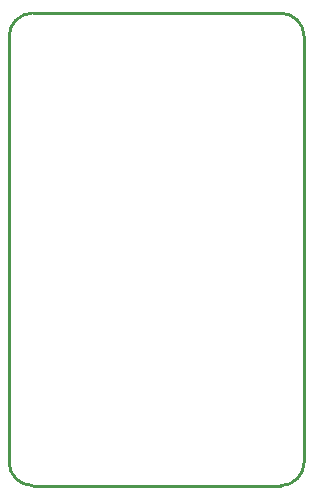
<source format=gko>
G04 Layer: BoardOutline*
G04 EasyEDA v6.4.20.6, 2021-08-18T09:30:06+08:00*
G04 2d57448aed11401ea87c12970cfe30e9,34bb6763e28e4bbdb854ef51fa08daf4,10*
G04 Gerber Generator version 0.2*
G04 Scale: 100 percent, Rotated: No, Reflected: No *
G04 Dimensions in millimeters *
G04 leading zeros omitted , absolute positions ,4 integer and 5 decimal *
%FSLAX45Y45*%
%MOMM*%

%ADD10C,0.2540*%
D10*
X2000001Y-199999D02*
G01*
X2000001Y-3800000D01*
X1799998Y-3999999D02*
G01*
X-299999Y-3999999D01*
X-299999Y0D02*
G01*
X1799998Y0D01*
X-499998Y-3797300D02*
G01*
X-499998Y-197299D01*
G75*
G01*
X2000001Y-3800000D02*
G02*
X1799999Y-4000000I-200000J0D01*
G75*
G01*
X1799999Y0D02*
G02*
X2000001Y-200000I2J-200000D01*
G75*
G01*
X-499999Y-200000D02*
G02*
X-299999Y0I200000J0D01*
G75*
G01*
X-299999Y-4000000D02*
G02*
X-499999Y-3800000I0J200000D01*

%LPD*%
M02*

</source>
